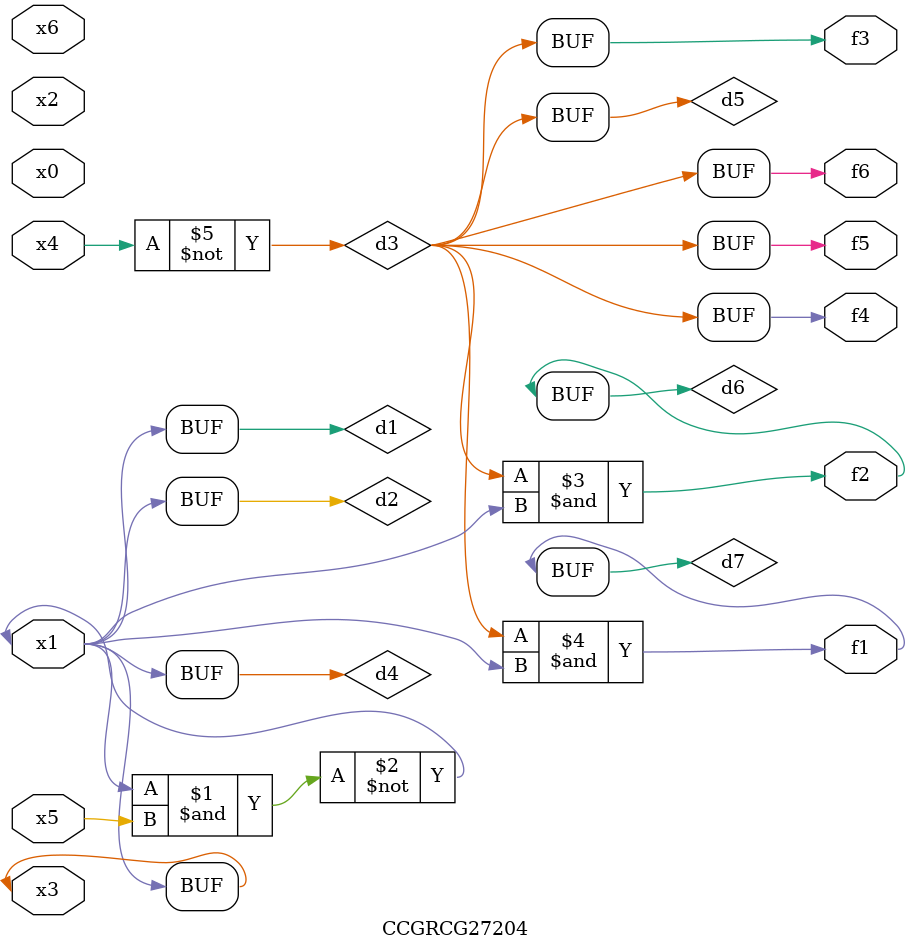
<source format=v>
module CCGRCG27204(
	input x0, x1, x2, x3, x4, x5, x6,
	output f1, f2, f3, f4, f5, f6
);

	wire d1, d2, d3, d4, d5, d6, d7;

	buf (d1, x1, x3);
	nand (d2, x1, x5);
	not (d3, x4);
	buf (d4, d1, d2);
	buf (d5, d3);
	and (d6, d3, d4);
	and (d7, d3, d4);
	assign f1 = d7;
	assign f2 = d6;
	assign f3 = d5;
	assign f4 = d5;
	assign f5 = d5;
	assign f6 = d5;
endmodule

</source>
